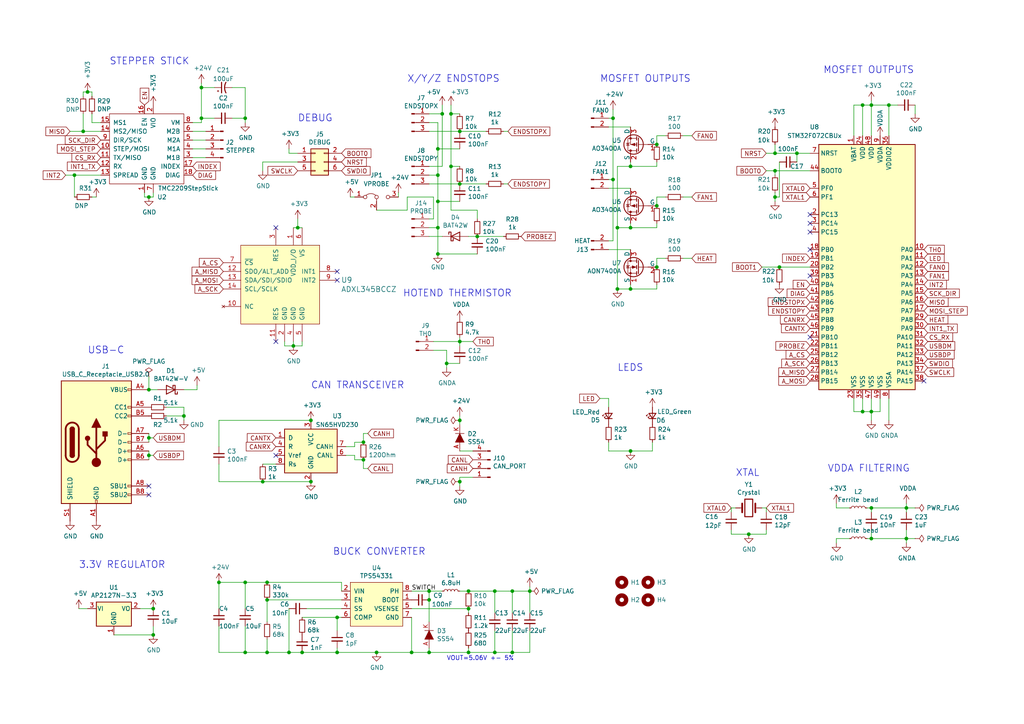
<source format=kicad_sch>
(kicad_sch (version 20211123) (generator eeschema)
  (paper "A4")
  (title_block (title "TurboCAN") (rev "v0.2"))
  (junction (at 133.35 38.1))
  (junction (at 182.88 66.04))
  (junction (at 143.51 171.45))
  (junction (at 76.2 139.7))
  (junction (at 90.17 121.92))
  (junction (at 133.35 53.34))
  (junction (at 85.09 100.33))
  (junction (at 127 66.04))
  (junction (at 24.13 38.1))
  (junction (at 224.79 49.53))
  (junction (at 130.81 33.02))
  (junction (at 25.4 26.67))
  (junction (at 21.59 50.8))
  (junction (at 133.35 139.7))
  (junction (at 105.41 133.35))
  (junction (at 262.89 147.32))
  (junction (at 148.59 189.23))
  (junction (at 190.5 77.47))
  (junction (at 231.14 44.45))
  (junction (at 135.89 171.45))
  (junction (at 124.46 173.99))
  (junction (at 127 50.8))
  (junction (at 71.12 34.29))
  (junction (at 44.45 176.53))
  (junction (at 252.73 147.32))
  (junction (at 143.51 189.23))
  (junction (at 190.5 59.69))
  (junction (at 224.79 57.15))
  (junction (at 43.18 132.08))
  (junction (at 58.42 34.29))
  (junction (at 226.06 77.47))
  (junction (at 262.89 156.21))
  (junction (at 133.35 121.92))
  (junction (at 77.47 189.23))
  (junction (at 250.19 119.38))
  (junction (at 43.18 57.15))
  (junction (at 124.46 171.45))
  (junction (at 130.81 48.26))
  (junction (at 58.42 25.4))
  (junction (at 44.45 184.15))
  (junction (at 179.07 66.04))
  (junction (at 153.67 171.45))
  (junction (at 97.79 189.23))
  (junction (at 43.18 113.03))
  (junction (at 43.18 127))
  (junction (at 127 73.66))
  (junction (at 128.27 33.02))
  (junction (at 182.88 130.81))
  (junction (at 83.82 189.23))
  (junction (at 77.47 168.91))
  (junction (at 257.81 30.48))
  (junction (at 127 43.18))
  (junction (at 90.17 139.7))
  (junction (at 63.5 168.91))
  (junction (at 87.63 189.23))
  (junction (at 127 58.42))
  (junction (at 252.73 119.38))
  (junction (at 252.73 30.48))
  (junction (at 86.36 66.04))
  (junction (at 190.5 41.91))
  (junction (at 138.43 68.58))
  (junction (at 97.79 179.07))
  (junction (at 129.54 105.41))
  (junction (at 224.79 44.45))
  (junction (at 252.73 156.21))
  (junction (at 109.22 189.23))
  (junction (at 135.89 189.23))
  (junction (at 182.88 48.26))
  (junction (at 77.47 173.99))
  (junction (at 177.8 34.29))
  (junction (at 217.17 154.94))
  (junction (at 179.07 83.82))
  (junction (at 133.35 99.06))
  (junction (at 71.12 168.91))
  (junction (at 119.38 189.23))
  (junction (at 71.12 189.23))
  (junction (at 148.59 171.45))
  (junction (at 250.19 30.48))
  (junction (at 135.89 176.53))
  (junction (at 105.41 128.27))
  (junction (at 182.88 83.82))
  (junction (at 53.34 120.65))
  (junction (at 124.46 189.23))
  (junction (at 177.8 52.07))
  (no_connect (at 97.79 81.28))
  (no_connect (at 80.01 132.08))
  (no_connect (at 80.01 66.04))
  (no_connect (at 234.95 72.39))
  (no_connect (at 267.97 110.49))
  (no_connect (at 234.95 80.01))
  (no_connect (at 43.18 140.97))
  (no_connect (at 97.79 78.74))
  (no_connect (at 234.95 62.23))
  (no_connect (at 234.95 97.79))
  (no_connect (at 234.95 64.77))
  (no_connect (at 234.95 67.31))
  (no_connect (at 43.18 143.51))
  (no_connect (at 80.01 99.06))
  (wire (pts (xy 212.09 148.59) (xy 212.09 147.32)))
  (wire (pts (xy 153.67 189.23) (xy 153.67 182.88)))
  (wire (pts (xy 143.51 189.23) (xy 143.51 182.88)))
  (wire (pts (xy 224.79 44.45) (xy 231.14 44.45)))
  (wire (pts (xy 44.45 132.08) (xy 43.18 132.08)))
  (wire (pts (xy 133.35 139.7) (xy 133.35 140.97)))
  (wire (pts (xy 190.5 64.77) (xy 190.5 66.04)))
  (wire (pts (xy 265.43 156.21) (xy 262.89 156.21)))
  (wire (pts (xy 67.31 34.29) (xy 71.12 34.29)))
  (wire (pts (xy 53.34 120.65) (xy 53.34 121.92)))
  (wire (pts (xy 176.53 115.57) (xy 176.53 118.11)))
  (wire (pts (xy 252.73 30.48) (xy 252.73 29.21)))
  (wire (pts (xy 99.06 168.91) (xy 77.47 168.91)))
  (wire (pts (xy 85.09 66.04) (xy 86.36 66.04)))
  (wire (pts (xy 177.8 31.75) (xy 177.8 34.29)))
  (wire (pts (xy 57.15 113.03) (xy 53.34 113.03)))
  (wire (pts (xy 127 50.8) (xy 127 43.18)))
  (wire (pts (xy 63.5 168.91) (xy 63.5 176.53)))
  (wire (pts (xy 76.2 46.99) (xy 76.2 49.53)))
  (wire (pts (xy 85.09 100.33) (xy 87.63 100.33)))
  (wire (pts (xy 128.27 68.58) (xy 124.46 68.58)))
  (wire (pts (xy 97.79 182.88) (xy 97.79 179.07)))
  (wire (pts (xy 262.89 147.32) (xy 262.89 148.59)))
  (wire (pts (xy 90.17 121.92) (xy 63.5 121.92)))
  (wire (pts (xy 198.12 57.15) (xy 200.66 57.15)))
  (wire (pts (xy 247.65 30.48) (xy 247.65 39.37)))
  (wire (pts (xy 147.32 53.34) (xy 146.05 53.34)))
  (wire (pts (xy 41.91 55.88) (xy 41.91 57.15)))
  (wire (pts (xy 124.46 53.34) (xy 133.35 53.34)))
  (wire (pts (xy 100.33 132.08) (xy 102.87 132.08)))
  (wire (pts (xy 99.06 173.99) (xy 77.47 173.99)))
  (wire (pts (xy 222.25 44.45) (xy 224.79 44.45)))
  (wire (pts (xy 190.5 39.37) (xy 190.5 41.91)))
  (wire (pts (xy 138.43 68.58) (xy 146.05 68.58)))
  (wire (pts (xy 143.51 189.23) (xy 148.59 189.23)))
  (wire (pts (xy 148.59 171.45) (xy 148.59 177.8)))
  (wire (pts (xy 124.46 189.23) (xy 119.38 189.23)))
  (wire (pts (xy 57.15 111.76) (xy 57.15 113.03)))
  (wire (pts (xy 97.79 189.23) (xy 109.22 189.23)))
  (wire (pts (xy 118.11 60.96) (xy 118.11 57.15)))
  (wire (pts (xy 176.53 115.57) (xy 173.99 115.57)))
  (wire (pts (xy 20.32 38.1) (xy 24.13 38.1)))
  (wire (pts (xy 76.2 139.7) (xy 90.17 139.7)))
  (wire (pts (xy 262.89 147.32) (xy 262.89 146.05)))
  (wire (pts (xy 44.45 57.15) (xy 44.45 55.88)))
  (wire (pts (xy 67.31 25.4) (xy 71.12 25.4)))
  (wire (pts (xy 82.55 99.06) (xy 82.55 100.33)))
  (wire (pts (xy 63.5 121.92) (xy 63.5 129.54)))
  (wire (pts (xy 133.35 38.1) (xy 140.97 38.1)))
  (wire (pts (xy 176.53 128.27) (xy 176.53 130.81)))
  (wire (pts (xy 55.88 45.72) (xy 59.69 45.72)))
  (wire (pts (xy 119.38 171.45) (xy 124.46 171.45)))
  (wire (pts (xy 148.59 171.45) (xy 153.67 171.45)))
  (wire (pts (xy 24.13 38.1) (xy 29.21 38.1)))
  (wire (pts (xy 252.73 121.92) (xy 252.73 119.38)))
  (wire (pts (xy 176.53 52.07) (xy 177.8 52.07)))
  (wire (pts (xy 182.88 48.26) (xy 179.07 48.26)))
  (wire (pts (xy 40.64 176.53) (xy 44.45 176.53)))
  (wire (pts (xy 176.53 36.83) (xy 182.88 36.83)))
  (wire (pts (xy 133.35 33.02) (xy 130.81 33.02)))
  (wire (pts (xy 177.8 34.29) (xy 177.8 52.07)))
  (wire (pts (xy 250.19 30.48) (xy 250.19 39.37)))
  (wire (pts (xy 124.46 66.04) (xy 127 66.04)))
  (wire (pts (xy 182.88 66.04) (xy 190.5 66.04)))
  (wire (pts (xy 124.46 173.99) (xy 124.46 180.34)))
  (wire (pts (xy 242.57 147.32) (xy 246.38 147.32)))
  (wire (pts (xy 102.87 129.54) (xy 102.87 128.27)))
  (wire (pts (xy 148.59 189.23) (xy 153.67 189.23)))
  (wire (pts (xy 55.88 43.18) (xy 59.69 43.18)))
  (wire (pts (xy 58.42 25.4) (xy 62.23 25.4)))
  (wire (pts (xy 182.88 83.82) (xy 190.5 83.82)))
  (wire (pts (xy 63.5 181.61) (xy 63.5 189.23)))
  (wire (pts (xy 176.53 34.29) (xy 177.8 34.29)))
  (wire (pts (xy 58.42 35.56) (xy 58.42 34.29)))
  (wire (pts (xy 85.09 99.06) (xy 85.09 100.33)))
  (wire (pts (xy 222.25 154.94) (xy 222.25 153.67)))
  (wire (pts (xy 262.89 153.67) (xy 262.89 156.21)))
  (wire (pts (xy 87.63 189.23) (xy 97.79 189.23)))
  (wire (pts (xy 63.5 139.7) (xy 76.2 139.7)))
  (wire (pts (xy 182.88 83.82) (xy 182.88 82.55)))
  (wire (pts (xy 71.12 181.61) (xy 71.12 189.23)))
  (wire (pts (xy 220.98 77.47) (xy 226.06 77.47)))
  (wire (pts (xy 143.51 171.45) (xy 135.89 171.45)))
  (wire (pts (xy 190.5 46.99) (xy 190.5 48.26)))
  (wire (pts (xy 190.5 82.55) (xy 190.5 83.82)))
  (wire (pts (xy 224.79 50.8) (xy 224.79 49.53)))
  (wire (pts (xy 43.18 130.81) (xy 43.18 132.08)))
  (wire (pts (xy 21.59 50.8) (xy 19.05 50.8)))
  (wire (pts (xy 133.35 138.43) (xy 133.35 139.7)))
  (wire (pts (xy 133.35 130.81) (xy 137.16 130.81)))
  (wire (pts (xy 262.89 157.48) (xy 262.89 156.21)))
  (wire (pts (xy 21.59 50.8) (xy 29.21 50.8)))
  (wire (pts (xy 231.14 44.45) (xy 234.95 44.45)))
  (wire (pts (xy 250.19 119.38) (xy 250.19 115.57)))
  (wire (pts (xy 25.4 26.67) (xy 26.67 26.67)))
  (wire (pts (xy 80.01 134.62) (xy 76.2 134.62)))
  (wire (pts (xy 109.22 189.23) (xy 119.38 189.23)))
  (wire (pts (xy 24.13 26.67) (xy 25.4 26.67)))
  (wire (pts (xy 118.11 57.15) (xy 125.73 57.15)))
  (wire (pts (xy 24.13 33.02) (xy 24.13 38.1)))
  (wire (pts (xy 86.36 66.04) (xy 86.36 63.5)))
  (wire (pts (xy 133.35 48.26) (xy 130.81 48.26)))
  (wire (pts (xy 26.67 33.02) (xy 26.67 35.56)))
  (wire (pts (xy 252.73 148.59) (xy 252.73 147.32)))
  (wire (pts (xy 251.46 147.32) (xy 252.73 147.32)))
  (wire (pts (xy 226.06 46.99) (xy 226.06 57.15)))
  (wire (pts (xy 86.36 46.99) (xy 76.2 46.99)))
  (wire (pts (xy 83.82 176.53) (xy 83.82 189.23)))
  (wire (pts (xy 125.73 101.6) (xy 129.54 101.6)))
  (wire (pts (xy 33.02 184.15) (xy 44.45 184.15)))
  (wire (pts (xy 252.73 147.32) (xy 262.89 147.32)))
  (wire (pts (xy 247.65 30.48) (xy 250.19 30.48)))
  (wire (pts (xy 58.42 34.29) (xy 62.23 34.29)))
  (wire (pts (xy 43.18 127) (xy 44.45 127)))
  (wire (pts (xy 176.53 54.61) (xy 182.88 54.61)))
  (wire (pts (xy 22.86 176.53) (xy 25.4 176.53)))
  (wire (pts (xy 182.88 66.04) (xy 182.88 64.77)))
  (wire (pts (xy 257.81 121.92) (xy 257.81 115.57)))
  (wire (pts (xy 212.09 147.32) (xy 213.36 147.32)))
  (wire (pts (xy 119.38 189.23) (xy 119.38 179.07)))
  (wire (pts (xy 137.16 138.43) (xy 133.35 138.43)))
  (wire (pts (xy 88.9 176.53) (xy 99.06 176.53)))
  (wire (pts (xy 77.47 185.42) (xy 77.47 189.23)))
  (wire (pts (xy 63.5 168.91) (xy 71.12 168.91)))
  (wire (pts (xy 63.5 189.23) (xy 71.12 189.23)))
  (wire (pts (xy 247.65 115.57) (xy 247.65 119.38)))
  (wire (pts (xy 224.79 57.15) (xy 226.06 57.15)))
  (wire (pts (xy 77.47 189.23) (xy 83.82 189.23)))
  (wire (pts (xy 189.23 130.81) (xy 189.23 128.27)))
  (wire (pts (xy 212.09 153.67) (xy 212.09 154.94)))
  (wire (pts (xy 222.25 148.59) (xy 222.25 147.32)))
  (wire (pts (xy 133.35 120.65) (xy 133.35 121.92)))
  (wire (pts (xy 63.5 134.62) (xy 63.5 139.7)))
  (wire (pts (xy 252.73 30.48) (xy 257.81 30.48)))
  (wire (pts (xy 124.46 171.45) (xy 124.46 173.99)))
  (wire (pts (xy 130.81 30.48) (xy 130.81 33.02)))
  (wire (pts (xy 190.5 39.37) (xy 193.04 39.37)))
  (wire (pts (xy 198.12 74.93) (xy 200.66 74.93)))
  (wire (pts (xy 128.27 33.02) (xy 128.27 30.48)))
  (wire (pts (xy 182.88 130.81) (xy 189.23 130.81)))
  (wire (pts (xy 105.41 125.73) (xy 106.68 125.73)))
  (wire (pts (xy 138.43 60.96) (xy 138.43 63.5)))
  (wire (pts (xy 222.25 49.53) (xy 224.79 49.53)))
  (wire (pts (xy 125.73 99.06) (xy 133.35 99.06)))
  (wire (pts (xy 82.55 100.33) (xy 85.09 100.33)))
  (wire (pts (xy 190.5 57.15) (xy 193.04 57.15)))
  (wire (pts (xy 179.07 66.04) (xy 179.07 83.82)))
  (wire (pts (xy 83.82 189.23) (xy 87.63 189.23)))
  (wire (pts (xy 182.88 83.82) (xy 179.07 83.82)))
  (wire (pts (xy 190.5 74.93) (xy 190.5 77.47)))
  (wire (pts (xy 124.46 38.1) (xy 133.35 38.1)))
  (wire (pts (xy 257.81 30.48) (xy 257.81 39.37)))
  (wire (pts (xy 26.67 26.67) (xy 26.67 27.94)))
  (wire (pts (xy 99.06 171.45) (xy 99.06 168.91)))
  (wire (pts (xy 102.87 133.35) (xy 105.41 133.35)))
  (wire (pts (xy 133.35 171.45) (xy 135.89 171.45)))
  (wire (pts (xy 135.89 68.58) (xy 138.43 68.58)))
  (wire (pts (xy 43.18 109.22) (xy 43.18 113.03)))
  (wire (pts (xy 250.19 30.48) (xy 252.73 30.48)))
  (wire (pts (xy 224.79 41.91) (xy 224.79 44.45)))
  (wire (pts (xy 48.26 118.11) (xy 53.34 118.11)))
  (wire (pts (xy 21.59 57.15) (xy 21.59 50.8)))
  (wire (pts (xy 177.8 52.07) (xy 177.8 69.85)))
  (wire (pts (xy 265.43 147.32) (xy 262.89 147.32)))
  (wire (pts (xy 133.35 58.42) (xy 127 58.42)))
  (wire (pts (xy 231.14 46.99) (xy 231.14 44.45)))
  (wire (pts (xy 26.67 35.56) (xy 29.21 35.56)))
  (wire (pts (xy 97.79 189.23) (xy 97.79 187.96)))
  (wire (pts (xy 148.59 189.23) (xy 148.59 182.88)))
  (wire (pts (xy 87.63 179.07) (xy 97.79 179.07)))
  (wire (pts (xy 252.73 119.38) (xy 255.27 119.38)))
  (wire (pts (xy 143.51 177.8) (xy 143.51 171.45)))
  (wire (pts (xy 222.25 147.32) (xy 220.98 147.32)))
  (wire (pts (xy 224.79 49.53) (xy 234.95 49.53)))
  (wire (pts (xy 124.46 35.56) (xy 127 35.56)))
  (wire (pts (xy 129.54 105.41) (xy 129.54 106.68)))
  (wire (pts (xy 198.12 39.37) (xy 200.66 39.37)))
  (wire (pts (xy 97.79 179.07) (xy 99.06 179.07)))
  (wire (pts (xy 176.53 130.81) (xy 182.88 130.81)))
  (wire (pts (xy 127 73.66) (xy 138.43 73.66)))
  (wire (pts (xy 125.73 63.5) (xy 125.73 57.15)))
  (wire (pts (xy 48.26 120.65) (xy 53.34 120.65)))
  (wire (pts (xy 71.12 168.91) (xy 77.47 168.91)))
  (wire (pts (xy 135.89 187.96) (xy 135.89 189.23)))
  (wire (pts (xy 53.34 118.11) (xy 53.34 120.65)))
  (wire (pts (xy 182.88 48.26) (xy 182.88 46.99)))
  (wire (pts (xy 115.57 57.15) (xy 115.57 55.88)))
  (wire (pts (xy 247.65 119.38) (xy 250.19 119.38)))
  (wire (pts (xy 71.12 189.23) (xy 77.47 189.23)))
  (wire (pts (xy 265.43 30.48) (xy 265.43 33.02)))
  (wire (pts (xy 105.41 128.27) (xy 105.41 125.73)))
  (wire (pts (xy 226.06 77.47) (xy 234.95 77.47)))
  (wire (pts (xy 124.46 189.23) (xy 135.89 189.23)))
  (wire (pts (xy 100.33 129.54) (xy 102.87 129.54)))
  (wire (pts (xy 153.67 177.8) (xy 153.67 171.45)))
  (wire (pts (xy 124.46 33.02) (xy 128.27 33.02)))
  (wire (pts (xy 128.27 48.26) (xy 124.46 48.26)))
  (wire (pts (xy 224.79 55.88) (xy 224.79 57.15)))
  (wire (pts (xy 101.6 57.15) (xy 102.87 57.15)))
  (wire (pts (xy 250.19 119.38) (xy 252.73 119.38)))
  (wire (pts (xy 71.12 25.4) (xy 71.12 34.29)))
  (wire (pts (xy 133.35 121.92) (xy 133.35 123.19)))
  (wire (pts (xy 86.36 66.04) (xy 87.63 66.04)))
  (wire (pts (xy 43.18 57.15) (xy 44.45 57.15)))
  (wire (pts (xy 190.5 74.93) (xy 193.04 74.93)))
  (wire (pts (xy 129.54 101.6) (xy 129.54 105.41)))
  (wire (pts (xy 71.12 34.29) (xy 71.12 35.56)))
  (wire (pts (xy 109.22 60.96) (xy 118.11 60.96)))
  (wire (pts (xy 143.51 171.45) (xy 148.59 171.45)))
  (wire (pts (xy 124.46 187.96) (xy 124.46 189.23)))
  (wire (pts (xy 55.88 35.56) (xy 58.42 35.56)))
  (wire (pts (xy 260.35 30.48) (xy 257.81 30.48)))
  (wire (pts (xy 177.8 69.85) (xy 176.53 69.85)))
  (wire (pts (xy 133.35 43.18) (xy 127 43.18)))
  (wire (pts (xy 133.35 100.33) (xy 133.35 99.06)))
  (wire (pts (xy 252.73 30.48) (xy 252.73 39.37)))
  (wire (pts (xy 133.35 99.06) (xy 133.35 97.79)))
  (wire (pts (xy 127 66.04) (xy 127 73.66)))
  (wire (pts (xy 58.42 25.4) (xy 58.42 34.29)))
  (wire (pts (xy 55.88 38.1) (xy 59.69 38.1)))
  (wire (pts (xy 43.18 125.73) (xy 43.18 127)))
  (wire (pts (xy 77.47 173.99) (xy 77.47 180.34)))
  (wire (pts (xy 43.18 113.03) (xy 45.72 113.03)))
  (wire (pts (xy 224.79 57.15) (xy 224.79 58.42)))
  (wire (pts (xy 133.35 105.41) (xy 129.54 105.41)))
  (wire (pts (xy 153.67 171.45) (xy 153.67 170.18)))
  (wire (pts (xy 252.73 156.21) (xy 262.89 156.21)))
  (wire (pts (xy 83.82 44.45) (xy 83.82 43.18)))
  (wire (pts (xy 44.45 184.15) (xy 44.45 181.61)))
  (wire (pts (xy 102.87 132.08) (xy 102.87 133.35)))
  (wire (pts (xy 26.67 57.15) (xy 27.94 57.15)))
  (wire (pts (xy 87.63 100.33) (xy 87.63 99.06)))
  (wire (pts (xy 43.18 128.27) (xy 43.18 127)))
  (wire (pts (xy 135.89 189.23) (xy 143.51 189.23)))
  (wire (pts (xy 135.89 176.53) (xy 135.89 177.8)))
  (wire (pts (xy 246.38 156.21) (xy 242.57 156.21)))
  (wire (pts (xy 252.73 153.67) (xy 252.73 156.21)))
  (wire (pts (xy 133.35 53.34) (xy 140.97 53.34)))
  (wire (pts (xy 128.27 33.02) (xy 128.27 48.26)))
  (wire (pts (xy 102.87 128.27) (xy 105.41 128.27)))
  (wire (pts (xy 130.81 33.02) (xy 130.81 48.26)))
  (wire (pts (xy 242.57 146.05) (xy 242.57 147.32)))
  (wire (pts (xy 127 58.42) (xy 127 66.04)))
  (wire (pts (xy 24.13 27.94) (xy 24.13 26.67)))
  (wire (pts (xy 71.12 176.53) (xy 71.12 168.91)))
  (wire (pts (xy 55.88 40.64) (xy 59.69 40.64)))
  (wire (pts (xy 217.17 154.94) (xy 222.25 154.94)))
  (wire (pts (xy 133.35 99.06) (xy 137.16 99.06)))
  (wire (pts (xy 43.18 132.08) (xy 43.18 133.35)))
  (wire (pts (xy 255.27 119.38) (xy 255.27 115.57)))
  (wire (pts (xy 127 50.8) (xy 124.46 50.8)))
  (wire (pts (xy 130.81 48.26) (xy 130.81 60.96)))
  (wire (pts (xy 124.46 171.45) (xy 128.27 171.45)))
  (wire (pts (xy 127 50.8) (xy 127 58.42)))
  (wire (pts (xy 242.57 156.21) (xy 242.57 157.48)))
  (wire (pts (xy 212.09 154.94) (xy 217.17 154.94)))
  (wire (pts (xy 58.42 24.13) (xy 58.42 25.4)))
  (wire (pts (xy 86.36 44.45) (xy 83.82 44.45)))
  (wire (pts (xy 127 35.56) (xy 127 43.18)))
  (wire (pts (xy 125.73 63.5) (xy 124.46 63.5)))
  (wire (pts (xy 130.81 60.96) (xy 138.43 60.96)))
  (wire (pts (xy 190.5 57.15) (xy 190.5 59.69)))
  (wire (pts (xy 41.91 57.15) (xy 43.18 57.15)))
  (wire (pts (xy 182.88 48.26) (xy 190.5 48.26)))
  (wire (pts (xy 252.73 119.38) (xy 252.73 115.57)))
  (wire (pts (xy 179.07 48.26) (xy 179.07 66.04)))
  (wire (pts (xy 105.41 135.89) (xy 106.68 135.89)))
  (wire (pts (xy 105.41 133.35) (xy 105.41 135.89)))
  (wire (pts (xy 182.88 66.04) (xy 179.07 66.04)))
  (wire (pts (xy 119.38 176.53) (xy 135.89 176.53)))
  (wire (pts (xy 146.05 38.1) (xy 147.32 38.1)))
  (wire (pts (xy 252.73 156.21) (xy 251.46 156.21)))
  (wire (pts (xy 176.53 72.39) (xy 182.88 72.39)))
  (text "CAN TRANSCEIVER" (at 90.17 113.03 0) (effects (font (size 2.0066 2.0066)) (justify left bottom)))
  (text "MOSFET OUTPUTS" (at 238.76 21.59 0) (effects (font (size 2.0066 2.0066)) (justify left bottom)))
  (text "LEDS" (at 179.07 107.95 0) (effects (font (size 2.0066 2.0066)) (justify left bottom)))
  (text "HOTEND THERMISTOR" (at 116.84 86.36 0) (effects (font (size 2.0066 2.0066)) (justify left bottom)))
  (text "MOSFET OUTPUTS" (at 173.99 24.13 0) (effects (font (size 2.0066 2.0066)) (justify left bottom)))
  (text "VOUT=5.06V +- 5%" (at 129.54 191.77 0) (effects (font (size 1.27 1.27)) (justify left bottom)))
  (text "USB-C" (at 25.4 102.87 0) (effects (font (size 2.0066 2.0066)) (justify left bottom)))
  (text "STEPPER STICK" (at 31.75 19.05 0) (effects (font (size 2.0066 2.0066)) (justify left bottom)))
  (text "3.3V REGULATOR" (at 22.86 165.1 0) (effects (font (size 2.0066 2.0066)) (justify left bottom)))
  (text "DEBUG" (at 86.36 35.56 0) (effects (font (size 2.0066 2.0066)) (justify left bottom)))
  (text "VDDA FILTERING" (at 240.03 137.16 0) (effects (font (size 2.0066 2.0066)) (justify left bottom)))
  (text "BUCK CONVERTER" (at 96.52 161.29 0) (effects (font (size 2.0066 2.0066)) (justify left bottom)))
  (text "XTAL" (at 213.36 138.43 0) (effects (font (size 2.0066 2.0066)) (justify left bottom)))
  (text "X/Y/Z ENDSTOPS" (at 118.11 24.13 0) (effects (font (size 2.0066 2.0066)) (justify left bottom)))
  (label "SWITCH" (at 119.38 171.45 0))
  (global_label "ENDSTOPX" (shape input) (at 234.95 87.63 180) (property "Intersheet References" "${INTERSHEET_REFS}" (effects hide)))
  (global_label "A_MOSI" (shape input) (at 64.77 81.28 180) (property "Intersheet References" "${INTERSHEET_REFS}" (effects hide)))
  (global_label "SCK_DIR" (shape input) (at 29.21 40.64 180) (property "Intersheet References" "${INTERSHEET_REFS}" (effects hide)))
  (global_label "A_CS" (shape input) (at 234.95 102.87 180) (property "Intersheet References" "${INTERSHEET_REFS}" (effects hide)))
  (global_label "INT1_TX" (shape input) (at 267.97 95.25 0) (property "Intersheet References" "${INTERSHEET_REFS}" (effects hide)))
  (global_label "ENDSTOPX" (shape input) (at 147.32 38.1 0) (property "Intersheet References" "${INTERSHEET_REFS}" (effects hide)))
  (global_label "PROBEZ" (shape input) (at 151.13 68.58 0) (property "Intersheet References" "${INTERSHEET_REFS}" (effects hide)))
  (global_label "CANRX" (shape input) (at 234.95 92.71 180) (property "Intersheet References" "${INTERSHEET_REFS}" (effects hide)))
  (global_label "INT2" (shape input) (at 19.05 50.8 180) (property "Intersheet References" "${INTERSHEET_REFS}" (effects hide)))
  (global_label "INT1_TX" (shape input) (at 29.21 48.26 180) (property "Intersheet References" "${INTERSHEET_REFS}" (effects hide)))
  (global_label "ENDSTOPY" (shape input) (at 234.95 90.17 180) (property "Intersheet References" "${INTERSHEET_REFS}" (effects hide)))
  (global_label "SCK_DIR" (shape input) (at 267.97 85.09 0) (property "Intersheet References" "${INTERSHEET_REFS}" (effects hide)))
  (global_label "SWDIO" (shape input) (at 267.97 105.41 0) (property "Intersheet References" "${INTERSHEET_REFS}" (effects hide)))
  (global_label "A_MISO" (shape input) (at 234.95 107.95 180) (property "Intersheet References" "${INTERSHEET_REFS}" (effects hide)))
  (global_label "EN" (shape input) (at 234.95 82.55 180) (property "Intersheet References" "${INTERSHEET_REFS}" (effects hide)))
  (global_label "INDEX" (shape input) (at 234.95 74.93 180) (property "Intersheet References" "${INTERSHEET_REFS}" (effects hide)))
  (global_label "ENDSTOPY" (shape input) (at 147.32 53.34 0) (property "Intersheet References" "${INTERSHEET_REFS}" (effects hide)))
  (global_label "FAN1" (shape input) (at 200.66 57.15 0) (property "Intersheet References" "${INTERSHEET_REFS}" (effects hide)))
  (global_label "SWDIO" (shape input) (at 99.06 49.53 0) (property "Intersheet References" "${INTERSHEET_REFS}" (effects hide)))
  (global_label "SWCLK" (shape input) (at 86.36 49.53 180) (property "Intersheet References" "${INTERSHEET_REFS}" (effects hide)))
  (global_label "HEAT" (shape input) (at 267.97 92.71 0) (property "Intersheet References" "${INTERSHEET_REFS}" (effects hide)))
  (global_label "XTAL0" (shape input) (at 212.09 147.32 180) (property "Intersheet References" "${INTERSHEET_REFS}" (effects hide)))
  (global_label "USBDM" (shape input) (at 267.97 100.33 0) (property "Intersheet References" "${INTERSHEET_REFS}" (effects hide)))
  (global_label "LED" (shape input) (at 267.97 74.93 0) (property "Intersheet References" "${INTERSHEET_REFS}" (effects hide)))
  (global_label "CS_RX" (shape input) (at 29.21 45.72 180) (property "Intersheet References" "${INTERSHEET_REFS}" (effects hide)))
  (global_label "CANH" (shape input) (at 137.16 135.89 180) (property "Intersheet References" "${INTERSHEET_REFS}" (effects hide)))
  (global_label "CANTX" (shape input) (at 234.95 95.25 180) (property "Intersheet References" "${INTERSHEET_REFS}" (effects hide)))
  (global_label "CANL" (shape input) (at 106.68 135.89 0) (property "Intersheet References" "${INTERSHEET_REFS}" (effects hide)))
  (global_label "CANL" (shape input) (at 137.16 133.35 180) (property "Intersheet References" "${INTERSHEET_REFS}" (effects hide)))
  (global_label "FAN1" (shape input) (at 267.97 80.01 0) (property "Intersheet References" "${INTERSHEET_REFS}" (effects hide)))
  (global_label "SWCLK" (shape input) (at 267.97 107.95 0) (property "Intersheet References" "${INTERSHEET_REFS}" (effects hide)))
  (global_label "NRST" (shape input) (at 99.06 46.99 0) (property "Intersheet References" "${INTERSHEET_REFS}" (effects hide)))
  (global_label "LED" (shape input) (at 173.99 115.57 180) (property "Intersheet References" "${INTERSHEET_REFS}" (effects hide)))
  (global_label "HEAT" (shape input) (at 200.66 74.93 0) (property "Intersheet References" "${INTERSHEET_REFS}" (effects hide)))
  (global_label "EN" (shape input) (at 41.91 30.48 90) (property "Intersheet References" "${INTERSHEET_REFS}" (effects hide)))
  (global_label "USBDP" (shape input) (at 44.45 132.08 0) (property "Intersheet References" "${INTERSHEET_REFS}" (effects hide)))
  (global_label "FAN0" (shape input) (at 267.97 77.47 0) (property "Intersheet References" "${INTERSHEET_REFS}" (effects hide)))
  (global_label "PROBEZ" (shape input) (at 234.95 100.33 180) (property "Intersheet References" "${INTERSHEET_REFS}" (effects hide)))
  (global_label "A_SCK" (shape input) (at 234.95 105.41 180) (property "Intersheet References" "${INTERSHEET_REFS}" (effects hide)))
  (global_label "MISO" (shape input) (at 267.97 87.63 0) (property "Intersheet References" "${INTERSHEET_REFS}" (effects hide)))
  (global_label "BOOT0" (shape input) (at 222.25 49.53 180) (property "Intersheet References" "${INTERSHEET_REFS}" (effects hide)))
  (global_label "CANTX" (shape input) (at 80.01 127 180) (property "Intersheet References" "${INTERSHEET_REFS}" (effects hide)))
  (global_label "TH0" (shape input) (at 137.16 99.06 0) (property "Intersheet References" "${INTERSHEET_REFS}" (effects hide)))
  (global_label "DIAG" (shape input) (at 234.95 85.09 180) (property "Intersheet References" "${INTERSHEET_REFS}" (effects hide)))
  (global_label "A_MOSI" (shape input) (at 234.95 110.49 180) (property "Intersheet References" "${INTERSHEET_REFS}" (effects hide)))
  (global_label "XTAL1" (shape input) (at 222.25 147.32 0) (property "Intersheet References" "${INTERSHEET_REFS}" (effects hide)))
  (global_label "CANH" (shape input) (at 106.68 125.73 0) (property "Intersheet References" "${INTERSHEET_REFS}" (effects hide)))
  (global_label "MISO" (shape input) (at 20.32 38.1 180) (property "Intersheet References" "${INTERSHEET_REFS}" (effects hide)))
  (global_label "DIAG" (shape input) (at 55.88 50.8 0) (property "Intersheet References" "${INTERSHEET_REFS}" (effects hide)))
  (global_label "BOOT1" (shape input) (at 220.98 77.47 180) (property "Intersheet References" "${INTERSHEET_REFS}" (effects hide)))
  (global_label "MOSI_STEP" (shape input) (at 29.21 43.18 180) (property "Intersheet References" "${INTERSHEET_REFS}" (effects hide)))
  (global_label "FAN0" (shape input) (at 200.66 39.37 0) (property "Intersheet References" "${INTERSHEET_REFS}" (effects hide)))
  (global_label "A_SCK" (shape input) (at 64.77 83.82 180) (property "Intersheet References" "${INTERSHEET_REFS}" (effects hide)))
  (global_label "CANRX" (shape input) (at 80.01 129.54 180) (property "Intersheet References" "${INTERSHEET_REFS}" (effects hide)))
  (global_label "TH0" (shape input) (at 267.97 72.39 0) (property "Intersheet References" "${INTERSHEET_REFS}" (effects hide)))
  (global_label "USBDP" (shape input) (at 267.97 102.87 0) (property "Intersheet References" "${INTERSHEET_REFS}" (effects hide)))
  (global_label "USBDM" (shape input) (at 44.45 127 0) (property "Intersheet References" "${INTERSHEET_REFS}" (effects hide)))
  (global_label "NRST" (shape input) (at 222.25 44.45 180) (property "Intersheet References" "${INTERSHEET_REFS}" (effects hide)))
  (global_label "A_CS" (shape input) (at 64.77 76.2 180) (property "Intersheet References" "${INTERSHEET_REFS}" (effects hide)))
  (global_label "CS_RX" (shape input) (at 267.97 97.79 0) (property "Intersheet References" "${INTERSHEET_REFS}" (effects hide)))
  (global_label "XTAL0" (shape input) (at 234.95 54.61 180) (property "Intersheet References" "${INTERSHEET_REFS}" (effects hide)))
  (global_label "MOSI_STEP" (shape input) (at 267.97 90.17 0) (property "Intersheet References" "${INTERSHEET_REFS}" (effects hide)))
  (global_label "A_MISO" (shape input) (at 64.77 78.74 180) (property "Intersheet References" "${INTERSHEET_REFS}" (effects hide)))
  (global_label "BOOT0" (shape input) (at 99.06 44.45 0) (property "Intersheet References" "${INTERSHEET_REFS}" (effects hide)))
  (global_label "INDEX" (shape input) (at 55.88 48.26 0) (property "Intersheet References" "${INTERSHEET_REFS}" (effects hide)))
  (global_label "INT2" (shape input) (at 267.97 82.55 0) (property "Intersheet References" "${INTERSHEET_REFS}" (effects hide)))
  (global_label "XTAL1" (shape input) (at 234.95 57.15 180) (property "Intersheet References" "${INTERSHEET_REFS}" (effects hide)))
  (symbol (lib_id "archive:MCU_ST_STM32F0_STM32F072CBUx") (at 252.73 77.47 0) (unit 1)
    (property "Reference" "U8" (at 236.22 36.83 0))
    (property "Value" "STM32F072CBUx" (at 236.22 39.37 0))
    (property "Footprint" "Package_DFN_QFN:QFN-48-1EP_7x7mm_P0.5mm_EP5.6x5.6mm" (effects hide))
    (property "Datasheet" "http://www.st.com/st-web-ui/static/active/en/resource/technical/document/datasheet/DM00090510.pdf" (effects hide))
    (property "LCSC Part Number" "C92504" (effects hide))
  )
  (symbol (lib_id "archive:power_+3.3V") (at 252.73 29.21 0) (unit 1)
    (property "Reference" "#PWR041" (effects hide))
    (property "Value" "+3.3V" (at 253.111 24.8158 0))
  )
  (symbol (lib_id "archive:power_GND") (at 252.73 121.92 0) (unit 1)
    (property "Reference" "#PWR042" (effects hide))
    (property "Value" "GND" (at 252.857 126.3142 0))
  )
  (symbol (lib_id "archive:power_+3.3V") (at 44.45 176.53 0) (unit 1)
    (property "Reference" "#PWR07" (effects hide))
    (property "Value" "+3.3V" (at 44.831 172.1358 0))
  )
  (symbol (lib_id "archive:Device_C_Small") (at 44.45 179.07 0) (unit 1)
    (property "Reference" "C1" (at 46.7868 177.9016 0) (effects (justify left)))
    (property "Value" "10uF" (at 46.7868 180.213 0) (effects (justify left)))
    (property "Footprint" "Capacitor_SMD:C_0805_2012Metric" (effects hide))
    (property "LCSC Part Number" "C15850" (effects hide))
  )
  (symbol (lib_id "archive:Regulator_Linear_AP2127N-3.3") (at 33.02 176.53 0) (unit 1)
    (property "Reference" "U1" (at 33.02 170.3832 0))
    (property "Value" "AP2127N-3.3" (at 33.02 172.6946 0))
    (property "Footprint" "Package_TO_SOT_SMD:SOT-23" (effects hide))
    (property "Datasheet" "https://www.diodes.com/assets/Datasheets/AP2127.pdf" (effects hide))
    (property "LCSC Part Number" "C5446" (effects hide))
  )
  (symbol (lib_id "archive:power_GND") (at 44.45 184.15 0) (unit 1)
    (property "Reference" "#PWR08" (effects hide))
    (property "Value" "GND" (at 44.577 188.5442 0))
  )
  (symbol (lib_id "archive:power_+5V") (at 22.86 176.53 0) (unit 1)
    (property "Reference" "#PWR02" (effects hide))
    (property "Value" "+5V" (at 23.241 172.1358 0))
  )
  (symbol (lib_id "archive:user_TPS54331") (at 109.22 165.1 0) (unit 1)
    (property "Reference" "U4" (at 109.22 164.719 0))
    (property "Value" "TPS54331" (at 109.22 167.0304 0))
    (property "Footprint" "Package_SO:SOIC-8_3.9x4.9mm_P1.27mm" (effects hide))
    (property "Datasheet" "https://www.ti.com/lit/ds/symlink/tps54331.pdf" (effects hide))
    (property "LCSC Part Number" "C9865" (effects hide))
  )
  (symbol (lib_id "archive:Device_C_Small") (at 86.36 176.53 270) (unit 1)
    (property "Reference" "C6" (at 82.55 175.26 90))
    (property "Value" "10nF" (at 81.28 177.8 90))
    (property "Footprint" "Capacitor_SMD:C_0402_1005Metric" (effects hide))
    (property "LCSC Part Number" "C15195" (effects hide))
  )
  (symbol (lib_id "archive:Device_C_Small") (at 71.12 179.07 0) (unit 1)
    (property "Reference" "C5" (at 71.12 176.53 0) (effects (justify left)))
    (property "Value" "10uF" (at 71.12 181.61 0) (effects (justify left)))
    (property "Footprint" "Capacitor_SMD:C_0805_2012Metric" (effects hide))
    (property "LCSC Part Number" "C15850" (effects hide))
  )
  (symbol (lib_id "archive:power_+24V") (at 63.5 168.91 0) (unit 1)
    (property "Reference" "#PWR012" (effects hide))
    (property "Value" "+24V" (at 63.881 164.5158 0))
  )
  (symbol (lib_id "archive:Device_R_Small") (at 87.63 181.61 0) (unit 1)
    (property "Reference" "R6" (at 89.1286 180.4416 0) (effects (justify left)))
    (property "Value" "68k" (at 89.1286 182.753 0) (effects (justify left)))
    (property "Footprint" "Resistor_SMD:R_0402_1005Metric" (effects hide))
    (property "LCSC Part Number" "C36871" (effects hide))
  )
  (symbol (lib_id "archive:Device_C_Small") (at 97.79 185.42 0) (unit 1)
    (property "Reference" "C8" (at 100.1268 184.2516 0) (effects (justify left)))
    (property "Value" "1pF" (at 100.1268 186.563 0) (effects (justify left)))
    (property "Footprint" "Capacitor_SMD:C_0402_1005Metric" (effects hide))
    (property "LCSC Part Number" "C1550" (effects hide))
  )
  (symbol (lib_id "archive:Device_C_Small") (at 87.63 186.69 0) (unit 1)
    (property "Reference" "C7" (at 89.9668 185.5216 0) (effects (justify left)))
    (property "Value" "1nF" (at 89.9668 187.833 0) (effects (justify left)))
    (property "Footprint" "Capacitor_SMD:C_0402_1005Metric" (effects hide))
    (property "LCSC Part Number" "C1523" (effects hide))
  )
  (symbol (lib_id "archive:power_GND") (at 109.22 189.23 0) (unit 1)
    (property "Reference" "#PWR022" (effects hide))
    (property "Value" "GND" (at 109.347 193.6242 0))
  )
  (symbol (lib_id "archive:dk_Diodes-Rectifiers-Single_SS14") (at 124.46 182.88 270) (unit 1)
    (property "Reference" "D3" (at 126.6952 182.9816 90) (effects (justify left)))
    (property "Value" "SS54" (at 126.6952 185.293 90) (effects (justify left)))
    (property "Footprint" "digikey-footprints:DO-214AC" (effects hide))
    (property "Datasheet" "https://www.onsemi.com/pub/Collateral/SS19-D.PDF" (effects hide))
    (property "Digi-Key_PN" "SS14CT-ND" (effects hide))
    (property "MPN" "SS14" (effects hide))
    (property "Category" "Discrete Semiconductor Products" (effects hide))
    (property "Family" "Diodes - Rectifiers - Single" (effects hide))
    (property "DK_Datasheet_Link" "https://www.onsemi.com/pub/Collateral/SS19-D.PDF" (effects hide))
    (property "DK_Detail_Page" "/product-detail/en/on-semiconductor/SS14/SS14CT-ND/965729" (effects hide))
    (property "Description" "DIODE SCHOTTKY 40V 1A SMA" (effects hide))
    (property "Manufacturer" "ON Semiconductor" (effects hide))
    (property "Status" "Active" (effects hide))
    (property "LCSC Part Number" "C22452" (effects hide))
  )
  (symbol (lib_id "archive:Device_C_Small") (at 121.92 173.99 270) (unit 1)
    (property "Reference" "C9" (at 127 172.72 90))
    (property "Value" "100nF" (at 128.27 175.26 90))
    (property "Footprint" "Capacitor_SMD:C_0402_1005Metric" (effects hide))
    (property "LCSC Part Number" "C1525" (effects hide))
  )
  (symbol (lib_id "archive:Device_L_Small") (at 130.81 171.45 90) (unit 1)
    (property "Reference" "L1" (at 130.81 166.751 90))
    (property "Value" "6.8uH" (at 130.81 169.0624 90))
    (property "Footprint" "KiCAD-Components:L_SMD_7.3x6.8" (effects hide))
    (property "LCSC Part Number" "C207841" (effects hide))
  )
  (symbol (lib_id "archive:Device_R_Small") (at 135.89 180.34 0) (unit 1)
    (property "Reference" "R11" (at 137.3886 179.1716 0) (effects (justify left)))
    (property "Value" "1.2k" (at 137.3886 181.483 0) (effects (justify left)))
    (property "Footprint" "Resistor_SMD:R_0402_1005Metric" (effects hide))
    (property "LCSC Part Number" "C25862" (effects hide))
  )
  (symbol (lib_id "archive:Device_R_Small") (at 135.89 173.99 0) (unit 1)
    (property "Reference" "R10" (at 137.3886 172.8216 0) (effects (justify left)))
    (property "Value" "10k" (at 137.3886 175.133 0) (effects (justify left)))
    (property "Footprint" "Resistor_SMD:R_0402_1005Metric" (effects hide))
    (property "LCSC Part Number" "C25744" (effects hide))
  )
  (symbol (lib_id "archive:Device_C_Small") (at 143.51 180.34 0) (unit 1)
    (property "Reference" "C13" (at 143.51 177.8 0) (effects (justify left)))
    (property "Value" "22uF" (at 143.51 182.88 0) (effects (justify left)))
    (property "Footprint" "Capacitor_SMD:C_0805_2012Metric" (effects hide))
    (property "LCSC Part Number" "C45783" (effects hide))
  )
  (symbol (lib_id "archive:power_+5V") (at 153.67 170.18 0) (unit 1)
    (property "Reference" "#PWR032" (effects hide))
    (property "Value" "+5V" (at 154.051 165.7858 0))
  )
  (symbol (lib_id "archive:Diode_BAT42W-V") (at 132.08 68.58 0) (unit 1)
    (property "Reference" "D4" (at 132.08 63.0682 0))
    (property "Value" "BAT42W" (at 132.08 65.3796 0))
    (property "Footprint" "Diode_SMD:D_SOD-123" (effects hide))
    (property "Datasheet" "http://www.vishay.com/docs/85660/bat42.pdf" (effects hide))
    (property "LCSC Part Number" "C8598" (effects hide))
  )
  (symbol (lib_id "archive:Device_R_Small") (at 77.47 171.45 0) (unit 1)
    (property "Reference" "R4" (at 78.9686 170.2816 0) (effects (justify left)))
    (property "Value" "330k" (at 78.9686 172.593 0) (effects (justify left)))
    (property "Footprint" "Resistor_SMD:R_0402_1005Metric" (effects hide))
    (property "LCSC Part Number" "C25778" (effects hide))
  )
  (symbol (lib_id "archive:Connector_USB_C_Receptacle_USB2.0") (at 27.94 128.27 0) (unit 1)
    (property "Reference" "J1" (at 30.6578 106.2482 0))
    (property "Value" "USB_C_Receptacle_USB2.0" (at 30.6578 108.5596 0))
    (property "Footprint" "Connector_USB:USB_C_Receptacle_HRO_TYPE-C-31-M-12" (effects hide))
    (property "Datasheet" "https://www.usb.org/sites/default/files/documents/usb_type-c.zip" (effects hide))
  )
  (symbol (lib_id "archive:Device_R_Small") (at 77.47 182.88 0) (unit 1)
    (property "Reference" "R5" (at 78.9686 181.7116 0) (effects (justify left)))
    (property "Value" "68k" (at 78.9686 184.023 0) (effects (justify left)))
    (property "Footprint" "Resistor_SMD:R_0402_1005Metric" (effects hide))
    (property "LCSC Part Number" "C36871" (effects hide))
  )
  (symbol (lib_id "archive:Device_C_Small") (at 148.59 180.34 0) (unit 1)
    (property "Reference" "C14" (at 148.59 177.8 0) (effects (justify left)))
    (property "Value" "22uF" (at 148.59 182.88 0) (effects (justify left)))
    (property "Footprint" "Capacitor_SMD:C_0805_2012Metric" (effects hide))
    (property "LCSC Part Number" "C45783" (effects hide))
  )
  (symbol (lib_id "archive:Device_C_Small") (at 153.67 180.34 0) (unit 1)
    (property "Reference" "C15" (at 153.67 177.8 0) (effects (justify left)))
    (property "Value" "22uF" (at 153.67 182.88 0) (effects (justify left)))
    (property "Footprint" "Capacitor_SMD:C_0805_2012Metric" (effects hide))
    (property "LCSC Part Number" "C45783" (effects hide))
  )
  (symbol (lib_id "archive:Device_C_Small") (at 63.5 179.07 0) (unit 1)
    (property "Reference" "C4" (at 63.5 176.53 0) (effects (justify left)))
    (property "Value" "100nF" (at 63.5 181.61 0) (effects (justify left)))
    (property "Footprint" "Capacitor_SMD:C_0402_1005Metric" (effects hide))
    (property "LCSC Part Number" "C1525" (effects hide))
  )
  (symbol (lib_id "archive:power_GND") (at 20.32 151.13 0) (unit 1)
    (property "Reference" "#PWR01" (effects hide))
    (property "Value" "GND" (at 20.447 155.5242 0))
  )
  (symbol (lib_id "archive:power_GND") (at 27.94 151.13 0) (unit 1)
    (property "Reference" "#PWR04" (effects hide))
    (property "Value" "GND" (at 28.067 155.5242 0))
  )
  (symbol (lib_id "archive:power_+5V") (at 57.15 111.76 0) (unit 1)
    (property "Reference" "#PWR010" (effects hide))
    (property "Value" "+5V" (at 57.531 107.3658 0))
  )
  (symbol (lib_id "archive:Diode_BAT42W-V") (at 49.53 113.03 180) (unit 1)
    (property "Reference" "D1" (at 49.53 107.5436 0))
    (property "Value" "BAT42W-V" (at 49.53 109.855 0))
    (property "Footprint" "Diode_SMD:D_SOD-123" (effects hide))
    (property "Datasheet" "http://www.vishay.com/docs/85660/bat42.pdf" (effects hide))
    (property "LCSC Part Number" "C8598" (effects hide))
  )
  (symbol (lib_id "archive:Mechanical_MountingHole") (at 180.34 168.91 0) (unit 1)
    (property "Reference" "H1" (at 182.88 168.91 0) (effects (justify left)))
    (property "Value" "MountingHole" (effects hide))
    (property "Footprint" "MountingHole:MountingHole_3.2mm_M3_DIN965_Pad" (effects hide))
  )
  (symbol (lib_id "archive:Mechanical_MountingHole") (at 180.34 173.99 0) (unit 1)
    (property "Reference" "H2" (at 182.88 173.99 0) (effects (justify left)))
    (property "Value" "MountingHole" (effects hide))
    (property "Footprint" "MountingHole:MountingHole_3.2mm_M3_DIN965_Pad" (effects hide))
  )
  (symbol (lib_id "archive:Device_R_Small") (at 45.72 120.65 90) (unit 1)
    (property "Reference" "R2" (at 45.72 123.19 90))
    (property "Value" "5.1k" (at 49.53 121.92 90))
    (property "Footprint" "Resistor_SMD:R_0402_1005Metric" (effects hide))
    (property "LCSC Part Number" "C25905" (effects hide))
  )
  (symbol (lib_id "archive:Mechanical_MountingHole") (at 187.96 168.91 0) (unit 1)
    (property "Reference" "H3" (at 190.5 168.91 0) (effects (justify left)))
    (property "Value" "MountingHole" (effects hide))
    (property "Footprint" "MountingHole:MountingHole_3.2mm_M3_DIN965_Pad" (effects hide))
  )
  (symbol (lib_id "archive:Mechanical_MountingHole") (at 187.96 173.99 0) (unit 1)
    (property "Reference" "H4" (at 190.5 173.99 0) (effects (justify left)))
    (property "Value" "MountingHole" (effects hide))
    (property "Footprint" "MountingHole:MountingHole_3.2mm_M3_DIN965_Pad" (effects hide))
  )
  (symbol (lib_id "archive:Device_R_Small") (at 45.72 118.11 90) (mirror x) (unit 1)
    (property "Reference" "R1" (at 45.72 115.57 90))
    (property "Value" "5.1k" (at 49.53 116.84 90))
    (property "Footprint" "Resistor_SMD:R_0402_1005Metric" (effects hide))
    (property "LCSC Part Number" "C25905" (effects hide))
  )
  (symbol (lib_id "archive:power_GND") (at 53.34 121.92 0) (unit 1)
    (property "Reference" "#PWR09" (effects hide))
    (property "Value" "GND" (at 57.15 123.19 0))
  )
  (symbol (lib_id "archive:Interface_CAN_LIN_SN65HVD230") (at 90.17 129.54 0) (unit 1)
    (property "Reference" "U3" (at 97.79 120.65 0))
    (property "Value" "SN65HVD230" (at 97.79 123.19 0))
    (property "Footprint" "Package_SO:SOIC-8_3.9x4.9mm_P1.27mm" (effects hide))
    (property "Datasheet" "http://www.ti.com/lit/ds/symlink/sn65hvd230.pdf" (effects hide))
    (property "LCSC Part Number" "C12084" (effects hide))
  )
  (symbol (lib_id "archive:Device_R_Small") (at 76.2 137.16 0) (unit 1)
    (property "Reference" "R3" (at 77.6986 135.9916 0) (effects (justify left)))
    (property "Value" "1k" (at 77.6986 138.303 0) (effects (justify left)))
    (property "Footprint" "Resistor_SMD:R_0402_1005Metric" (effects hide))
    (property "LCSC Part Number" "C11702" (effects hide))
  )
  (symbol (lib_id "archive:power_GND") (at 90.17 139.7 0) (unit 1)
    (property "Reference" "#PWR019" (effects hide))
    (property "Value" "GND" (at 90.297 144.0942 0))
  )
  (symbol (lib_id "archive:Device_C_Small") (at 63.5 132.08 0) (unit 1)
    (property "Reference" "C3" (at 65.8368 130.9116 0) (effects (justify left)))
    (property "Value" "100nF" (at 65.8368 133.223 0) (effects (justify left)))
    (property "Footprint" "Capacitor_SMD:C_0402_1005Metric" (effects hide))
    (property "LCSC Part Number" "C1525" (effects hide))
  )
  (symbol (lib_id "archive:power_+3.3V") (at 90.17 121.92 0) (unit 1)
    (property "Reference" "#PWR018" (effects hide))
    (property "Value" "+3.3V" (at 90.551 117.5258 0))
  )
  (symbol (lib_id "archive:Connector_Conn_01x03_Male") (at 119.38 66.04 0) (unit 1)
    (property "Reference" "J14" (at 122.1232 58.9026 0))
    (property "Value" "PROBE" (at 122.1232 61.214 0))
    (property "Footprint" "Connector_JST:JST_XH_B3B-XH-A_1x03_P2.50mm_Vertical" (effects hide))
  )
  (symbol (lib_id "archive:power_+24V") (at 115.57 55.88 0) (unit 1)
    (property "Reference" "#PWR035" (effects hide))
    (property "Value" "+24V" (at 115.951 51.4858 0))
  )
  (symbol (lib_id "archive:Connector_Conn_01x02_Male") (at 120.65 99.06 0) (unit 1)
    (property "Reference" "J9" (at 123.3932 94.4626 0))
    (property "Value" "TH0" (at 123.3932 96.774 0))
    (property "Footprint" "Connector_JST:JST_XH_B2B-XH-A_1x02_P2.50mm_Vertical" (effects hide))
  )
  (symbol (lib_id "archive:Device_C_Small") (at 133.35 102.87 0) (unit 1)
    (property "Reference" "C12" (at 135.6868 101.7016 0) (effects (justify left)))
    (property "Value" "100nF" (at 135.6868 104.013 0) (effects (justify left)))
    (property "Footprint" "Capacitor_SMD:C_0402_1005Metric" (effects hide))
    (property "LCSC Part Number" "C1525" (effects hide))
  )
  (symbol (lib_id "archive:Device_R_Small") (at 133.35 95.25 0) (unit 1)
    (property "Reference" "R9" (at 134.8486 94.0816 0) (effects (justify left)))
    (property "Value" "4.7k" (at 134.8486 96.393 0) (effects (justify left)))
    (property "Footprint" "Resistor_SMD:R_0805_2012Metric" (effects hide))
    (property "LCSC Part Number" "C17673" (effects hide))
  )
  (symbol (lib_id "archive:power_VDDA") (at 133.35 92.71 0) (unit 1)
    (property "Reference" "#PWR031" (effects hide))
    (property "Value" "VDDA" (at 133.7818 88.3158 0))
  )
  (symbol (lib_id "archive:power_VDDA") (at 255.27 39.37 0) (unit 1)
    (property "Reference" "#PWR043" (effects hide))
    (property "Value" "VDDA" (at 255.27 34.29 90))
  )
  (symbol (lib_id "archive:Connector_Conn_01x03_Male") (at 119.38 35.56 0) (unit 1)
    (property "Reference" "J7" (at 122.1232 28.4226 0))
    (property "Value" "ENDSTOPX" (at 122.1232 30.734 0))
    (property "Footprint" "Connector_JST:JST_XH_B3B-XH-A_1x03_P2.50mm_Vertical" (effects hide))
  )
  (symbol (lib_id "archive:power_+5V") (at 128.27 30.48 0) (unit 1)
    (property "Reference" "#PWR028" (effects hide))
    (property "Value" "+5V" (at 125.73 26.67 0))
  )
  (symbol (lib_id "archive:power_GND") (at 127 73.66 0) (unit 1)
    (property "Reference" "#PWR027" (effects hide))
    (property "Value" "GND" (at 127 77.47 0))
  )
  (symbol (lib_id "archive:Device_R_Small") (at 133.35 35.56 0) (unit 1)
    (property "Reference" "R7" (at 134.8486 34.3916 0) (effects (justify left)))
    (property "Value" "10k" (at 134.8486 36.703 0) (effects (justify left)))
    (property "Footprint" "Resistor_SMD:R_0402_1005Metric" (effects hide))
    (property "LCSC Part Number" "C25744" (effects hide))
  )
  (symbol (lib_id "archive:power_+3.3V") (at 130.81 30.48 0) (unit 1)
    (property "Reference" "#PWR030" (effects hide))
    (property "Value" "+3.3V" (at 133.35 26.67 0))
  )
  (symbol (lib_id "archive:Device_C_Small") (at 133.35 40.64 0) (unit 1)
    (property "Reference" "C10" (at 135.6868 39.4716 0) (effects (justify left)))
    (property "Value" "100nF" (at 135.6868 41.783 0) (effects (justify left)))
    (property "Footprint" "Capacitor_SMD:C_0402_1005Metric" (effects hide))
    (property "LCSC Part Number" "C1525" (effects hide))
  )
  (symbol (lib_id "archive:Device_R_Small") (at 143.51 38.1 270) (unit 1)
    (property "Reference" "R12" (at 143.51 33.1216 90))
    (property "Value" "1k" (at 143.51 35.433 90))
    (property "Footprint" "Resistor_SMD:R_0402_1005Metric" (effects hide))
    (property "LCSC Part Number" "C11702" (effects hide))
  )
  (symbol (lib_id "archive:Connector_Conn_01x03_Male") (at 119.38 50.8 0) (unit 1)
    (property "Reference" "J8" (at 122.1232 43.6626 0))
    (property "Value" "ENDSTOPY" (at 122.1232 45.974 0))
    (property "Footprint" "Connector_JST:JST_XH_B3B-XH-A_1x03_P2.50mm_Vertical" (effects hide))
  )
  (symbol (lib_id "archive:dk_Motion-Sensors-Accelerometers_ADXL345BCCZ") (at 80.01 81.28 0) (unit 1)
    (property "Reference" "U9" (at 98.9076 81.2038 0) (effects (font (size 1.524 1.524)) (justify left)))
    (property "Value" "ADXL345BCCZ" (at 98.9076 83.8962 0) (effects (font (size 1.524 1.524)) (justify left)))
    (property "Footprint" "digikey-footprints:LGA-14_3x5mm_RevA" (effects hide))
    (property "Datasheet" "https://www.analog.com/media/en/technical-documentation/data-sheets/ADXL345.pdf" (effects hide))
    (property "Digi-Key_PN" "ADXL345BCCZ-ND" (effects hide))
    (property "MPN" "ADXL345BCCZ" (effects hide))
    (property "Category" "Sensors, Transducers" (effects hide))
    (property "Family" "Motion Sensors - Accelerometers" (effects hide))
    (property "DK_Datasheet_Link" "https://www.analog.com/media/en/technical-documentation/data-sheets/ADXL345.pdf" (effects hide))
    (property "DK_Detail_Page" "/product-detail/en/analog-devices-inc/ADXL345BCCZ/ADXL345BCCZ-ND/2034829" (effects hide))
    (property "Description" "ACCEL 2-16G I2C/SPI 14LGA" (effects hide))
    (property "Manufacturer" "Analog Devices Inc." (effects hide))
    (property "Status" "Active" (effects hide))
    (property "LCSC Part Number" "C9667" (effects hide))
  )
  (symbol (lib_id "archive:Device_R_Small") (at 133.35 50.8 0) (unit 1)
    (property "Reference" "R8" (at 134.8486 49.6316 0) (effects (justify left)))
    (property "Value" "10k" (at 134.8486 51.943 0) (effects (justify left)))
    (property "Footprint" "Resistor_SMD:R_0402_1005Metric" (effects hide))
    (property "LCSC Part Number" "C25744" (effects hide))
  )
  (symbol (lib_id "archive:Device_C_Small") (at 133.35 55.88 0) (unit 1)
    (property "Reference" "C11" (at 135.6868 54.7116 0) (effects (justify left)))
    (property "Value" "100nF" (at 135.6868 57.023 0) (effects (justify left)))
    (property "Footprint" "Capacitor_SMD:C_0402_1005Metric" (effects hide))
    (property "LCSC Part Number" "C1525" (effects hide))
  )
  (symbol (lib_id "archive:Device_R_Small") (at 143.51 53.34 270) (unit 1)
    (property "Reference" "R13" (at 143.51 48.3616 90))
    (property "Value" "1k" (at 143.51 50.673 90))
    (property "Footprint" "Resistor_SMD:R_0402_1005Metric" (effects hide))
    (property "LCSC Part Number" "C11702" (effects hide))
  )
  (symbol (lib_id "archive:Connector_Conn_01x02_Male") (at 171.45 34.29 0) (unit 1)
    (property "Reference" "J11" (at 174.1932 29.6926 0))
    (property "Value" "FAN0" (at 174.1932 32.004 0))
    (property "Footprint" "Connector_JST:JST_XH_B2B-XH-A_1x02_P2.50mm_Vertical" (effects hide))
  )
  (symbol (lib_id "archive:power_+24V") (at 177.8 31.75 0) (unit 1)
    (property "Reference" "#PWR033" (effects hide))
    (property "Value" "+24V" (at 178.181 27.3558 0))
  )
  (symbol (lib_id "archive:Device_R_Small") (at 190.5 44.45 0) (unit 1)
    (property "Reference" "R14" (at 191.9986 43.2816 0) (effects (justify left)))
    (property "Value" "10k" (at 191.9986 45.593 0) (effects (justify left)))
    (property "Footprint" "Resistor_SMD:R_0402_1005Metric" (effects hide))
    (property "LCSC Part Number" "C25744" (effects hide))
  )
  (symbol (lib_id "archive:Device_R_Small") (at 195.58 39.37 270) (unit 1)
    (property "Reference" "R17" (at 195.58 34.3916 90))
    (property "Value" "100" (at 195.58 36.703 90))
    (property "Footprint" "Resistor_SMD:R_0402_1005Metric" (effects hide))
    (property "LCSC Part Number" "C25076" (effects hide))
  )
  (symbol (lib_id "archive:Connector_Conn_01x02_Male") (at 171.45 52.07 0) (unit 1)
    (property "Reference" "J12" (at 174.1932 47.4726 0))
    (property "Value" "FAN1" (at 174.1932 49.784 0))
    (property "Footprint" "Connector_JST:JST_XH_B2B-XH-A_1x02_P2.50mm_Vertical" (effects hide))
  )
  (symbol (lib_id "archive:Device_R_Small") (at 190.5 62.23 0) (unit 1)
    (property "Reference" "R15" (at 191.9986 61.0616 0) (effects (justify left)))
    (property "Value" "10k" (at 191.9986 63.373 0) (effects (justify left)))
    (property "Footprint" "Resistor_SMD:R_0402_1005Metric" (effects hide))
    (property "LCSC Part Number" "C25744" (effects hide))
  )
  (symbol (lib_id "archive:Device_R_Small") (at 195.58 57.15 270) (unit 1)
    (property "Reference" "R18" (at 195.58 52.1716 90))
    (property "Value" "100" (at 195.58 54.483 90))
    (property "Footprint" "Resistor_SMD:R_0402_1005Metric" (effects hide))
    (property "LCSC Part Number" "C25076" (effects hide))
  )
  (symbol (lib_id "archive:user_AO3400A") (at 184.15 41.91 0) (mirror y) (unit 1)
    (property "Reference" "U5" (at 180.213 40.7416 0) (effects (justify left)))
    (property "Value" "AO3400A" (at 180.213 43.053 0) (effects (justify left)))
    (property "Footprint" "Package_TO_SOT_SMD:SOT-23" (effects hide))
    (property "LCSC Part Number" "C344010" (effects hide))
  )
  (symbol (lib_id "archive:user_AO3400A") (at 184.15 59.69 0) (mirror y) (unit 1)
    (property "Reference" "U6" (at 180.213 58.5216 0) (effects (justify left)))
    (property "Value" "AO3400A" (at 180.213 60.833 0) (effects (justify left)))
    (property "Footprint" "Package_TO_SOT_SMD:SOT-23" (effects hide))
    (property "LCSC Part Number" "C344010" (effects hide))
  )
  (symbol (lib_id "archive:Connector_Conn_01x02_Male") (at 171.45 72.39 0) (mirror x) (unit 1)
    (property "Reference" "J13" (at 168.91 72.39 0))
    (property "Value" "HEAT" (at 168.91 69.85 0))
    (property "Footprint" "Connector_JST:JST_XH_B2B-XH-A_1x02_P2.50mm_Vertical" (effects hide))
  )
  (symbol (lib_id "archive:Device_R_Small") (at 190.5 80.01 0) (unit 1)
    (property "Reference" "R16" (at 191.9986 78.8416 0) (effects (justify left)))
    (property "Value" "10k" (at 191.9986 81.153 0) (effects (justify left)))
    (property "Footprint" "Resistor_SMD:R_0402_1005Metric" (effects hide))
    (property "LCSC Part Number" "C25744" (effects hide))
  )
  (symbol (lib_id "archive:Device_R_Small") (at 195.58 74.93 270) (unit 1)
    (property "Reference" "R19" (at 195.58 69.9516 90))
    (property "Value" "100" (at 195.58 72.263 90))
    (property "Footprint" "Resistor_SMD:R_0402_1005Metric" (effects hide))
    (property "LCSC Part Number" "C25076" (effects hide))
  )
  (symbol (lib_id "archive:power_GND") (at 179.07 83.82 0) (unit 1)
    (property "Reference" "#PWR034" (effects hide))
    (property "Value" "GND" (at 179.197 88.2142 0))
  )
  (symbol (lib_id "archive:power_+3.3V") (at 86.36 63.5 0) (unit 1)
    (property "Reference" "#PWR0101" (effects hide))
    (property "Value" "+3.3V" (at 86.741 59.1058 0))
  )
  (symbol (lib_id "archive:user_TMC2209StepStick") (at 43.18 43.18 0) (unit 1)
    (property "Reference" "U2" (at 46.99 57.15 0))
    (property "Value" "TMC2209StepStick" (at 54.61 54.61 0))
    (property "Footprint" "user:TMC2209StepStick" (effects hide))
  )
  (symbol (lib_id "archive:power_GND") (at 43.18 57.15 0) (unit 1)
    (property "Reference" "#PWR05" (effects hide))
    (property "Value" "GND" (at 43.307 61.5442 0))
  )
  (symbol (lib_id "archive:power_+3.3V") (at 44.45 30.48 0) (unit 1)
    (property "Reference" "#PWR06" (effects hide))
    (property "Value" "+3.3V" (at 44.45 24.13 90))
  )
  (symbol (lib_id "archive:power_+24V") (at 58.42 24.13 0) (unit 1)
    (property "Reference" "#PWR011" (effects hide))
    (property "Value" "+24V" (at 58.801 19.7358 0))
  )
  (symbol (lib_id "archive:Connector_Conn_01x04_Male") (at 64.77 40.64 0) (mirror y) (unit 1)
    (property "Reference" "J2" (at 65.4812 41.3004 0) (effects (justify right)))
    (property "Value" "STEPPER" (at 65.4812 43.6118 0) (effects (justify right)))
    (property "Footprint" "Connector_JST:JST_XH_B4B-XH-A_1x04_P2.50mm_Vertical" (effects hide))
  )
  (symbol (lib_id "archive:Device_R_Small") (at 105.41 130.81 0) (unit 1)
    (property "Reference" "R26" (at 106.9086 129.6416 0) (effects (justify left)))
    (property "Value" "120Ohm" (at 106.9086 131.953 0) (effects (justify left)))
    (property "Footprint" "Resistor_SMD:R_0805_2012Metric" (effects hide))
    (property "LCSC Part Number" "C17437" (effects hide))
  )
  (symbol (lib_id "archive:power_GND") (at 85.09 100.33 0) (unit 1)
    (property "Reference" "#PWR0102" (effects hide))
    (property "Value" "GND" (at 85.217 104.7242 0))
  )
  (symbol (lib_id "archive:Device_C_Small") (at 64.77 34.29 270) (unit 1)
    (property "Reference" "C2" (at 64.77 28.4734 90))
    (property "Value" "100nF" (at 64.77 30.7848 90))
    (property "Footprint" "Capacitor_SMD:C_0402_1005Metric" (effects hide))
    (property "LCSC Part Number" "C1525" (effects hide))
  )
  (symbol (lib_id "archive:power_GND") (at 71.12 35.56 0) (unit 1)
    (property "Reference" "#PWR013" (effects hide))
    (property "Value" "GND" (at 71.247 39.9542 0))
  )
  (symbol (lib_id "archive:Device_R_Small") (at 224.79 53.34 0) (mirror y) (unit 1)
    (property "Reference" "R21" (at 219.71 52.07 0) (effects (justify right)))
    (property "Value" "10k" (at 219.71 54.61 0) (effects (justify right)))
    (property "Footprint" "Resistor_SMD:R_0402_1005Metric" (effects hide))
    (property "LCSC Part Number" "C25744" (effects hide))
  )
  (symbol (lib_id "archive:power_GND") (at 224.79 58.42 0) (unit 1)
    (property "Reference" "#PWR040" (effects hide))
    (property "Value" "GND" (at 224.917 62.8142 0))
  )
  (symbol (lib_id "archive:Device_R_Small") (at 135.89 185.42 0) (unit 1)
    (property "Reference" "R25" (at 137.3886 184.2516 0) (effects (justify left)))
    (property "Value" "680" (at 137.3886 186.563 0) (effects (justify left)))
    (property "Footprint" "Resistor_SMD:R_0402_1005Metric" (effects hide))
    (property "LCSC Part Number" "C25130" (effects hide))
  )
  (symbol (lib_id "archive:Device_R_Small") (at 224.79 39.37 0) (mirror y) (unit 1)
    (property "Reference" "R20" (at 219.71 38.1 0) (effects (justify right)))
    (property "Value" "10k" (at 219.71 40.64 0) (effects (justify right)))
    (property "Footprint" "Resistor_SMD:R_0402_1005Metric" (effects hide))
    (property "LCSC Part Number" "C25744" (effects hide))
  )
  (symbol (lib_id "archive:Device_C_Small") (at 228.6 46.99 270) (unit 1)
    (property "Reference" "C17" (at 231.14 48.26 90))
    (property "Value" "100nF" (at 228.6 43.18 90))
    (property "Footprint" "Capacitor_SMD:C_0402_1005Metric" (effects hide))
    (property "LCSC Part Number" "C1525" (effects hide))
  )
  (symbol (lib_id "archive:power_+3.3V") (at 224.79 36.83 0) (unit 1)
    (property "Reference" "#PWR039" (effects hide))
    (property "Value" "+3.3V" (at 225.171 32.4358 0))
  )
  (symbol (lib_id "archive:power_GND") (at 76.2 49.53 0) (unit 1)
    (property "Reference" "#PWR014" (effects hide))
    (property "Value" "GND" (at 76.327 53.9242 0))
  )
  (symbol (lib_id "archive:power_+3.3V") (at 83.82 43.18 0) (unit 1)
    (property "Reference" "#PWR017" (effects hide))
    (property "Value" "+3.3V" (at 84.201 38.7858 0))
  )
  (symbol (lib_id "archive:Connector_Generic_Conn_02x03_Odd_Even") (at 91.44 46.99 0) (unit 1)
    (property "Reference" "J5" (at 92.71 38.9382 0))
    (property "Value" "DEBUG" (at 92.71 41.2496 0))
    (property "Footprint" "Connector_PinHeader_2.54mm:PinHeader_2x03_P2.54mm_Vertical" (effects hide))
  )
  (symbol (lib_id "archive:Connector_Conn_01x04_Male") (at 142.24 135.89 180) (unit 1)
    (property "Reference" "J10" (at 142.9512 132.8928 0) (effects (justify right)))
    (property "Value" "CAN_PORT" (at 142.9512 135.2042 0) (effects (justify right)))
    (property "Footprint" "Connector_JST:JST_XH_B4B-XH-A_1x04_P2.50mm_Vertical" (effects hide))
  )
  (symbol (lib_id "archive:Device_R_Small") (at 138.43 66.04 0) (unit 1)
    (property "Reference" "R27" (at 139.9286 64.8716 0) (effects (justify left)))
    (property "Value" "10k" (at 139.9286 67.183 0) (effects (justify left)))
    (property "Footprint" "Resistor_SMD:R_0402_1005Metric" (effects hide))
    (property "LCSC Part Number" "C25744" (effects hide))
  )
  (symbol (lib_id "archive:Device_C_Small") (at 138.43 71.12 0) (unit 1)
    (property "Reference" "C20" (at 140.7668 69.9516 0) (effects (justify left)))
    (property "Value" "100nF" (at 140.7668 72.263 0) (effects (justify left)))
    (property "Footprint" "Capacitor_SMD:C_0402_1005Metric" (effects hide))
    (property "LCSC Part Number" "C1525" (effects hide))
  )
  (symbol (lib_id "archive:Device_R_Small") (at 148.59 68.58 270) (unit 1)
    (property "Reference" "R28" (at 148.59 63.6016 90))
    (property "Value" "1k" (at 148.59 65.913 90))
    (property "Footprint" "Resistor_SMD:R_0402_1005Metric" (effects hide))
    (property "LCSC Part Number" "C11702" (effects hide))
  )
  (symbol (lib_id "archive:power_+24V") (at 133.35 120.65 0) (unit 1)
    (property "Reference" "#PWR025" (effects hide))
    (property "Value" "+24V" (at 133.731 116.2558 0))
  )
  (symbol (lib_id "archive:power_PWR_FLAG") (at 133.35 121.92 90) (unit 1)
    (property "Reference" "#FLG01" (effects hide))
    (property "Value" "PWR_FLAG" (at 130.1242 121.92 90) (effects (justify left)))
  )
  (symbol (lib_id "archive:power_GND") (at 133.35 140.97 0) (unit 1)
    (property "Reference" "#PWR026" (effects hide))
    (property "Value" "GND" (at 133.477 145.3642 0))
  )
  (symbol (lib_id "archive:power_PWR_FLAG") (at 133.35 139.7 90) (unit 1)
    (property "Reference" "#FLG02" (effects hide))
    (property "Value" "PWR_FLAG" (at 130.1242 139.7 90) (effects (justify left)))
  )
  (symbol (lib_id "archive:dk_Diodes-Rectifiers-Single_SS14") (at 133.35 125.73 270) (unit 1)
    (property "Reference" "D2" (at 135.5852 125.8316 90) (effects (justify left)))
    (property "Value" "SS54" (at 135.5852 128.143 90) (effects (justify left)))
    (property "Footprint" "digikey-footprints:DO-214AC" (effects hide))
    (property "Datasheet" "https://www.onsemi.com/pub/Collateral/SS19-D.PDF" (effects hide))
    (property "Digi-Key_PN" "SS14CT-ND" (effects hide))
    (property "MPN" "SS14" (effects hide))
    (property "Category" "Discrete Semiconductor Products" (effects hide))
    (property "Family" "Diodes - Rectifiers - Single" (effects hide))
    (property "DK_Datasheet_Link" "https://www.onsemi.com/pub/Collateral/SS19-D.PDF" (effects hide))
    (property "DK_Detail_Page" "/product-detail/en/on-semiconductor/SS14/SS14CT-ND/965729" (effects hide))
    (property "Description" "DIODE SCHOTTKY 40V 1A SMA" (effects hide))
    (property "Manufacturer" "ON Semiconductor" (effects hide))
    (property "Status" "Active" (effects hide))
    (property "LCSC Part Number" "C22452" (effects hide))
  )
  (symbol (lib_id "archive:Device_R_Small") (at 226.06 80.01 0) (mirror y) (unit 1)
    (property "Reference" "R22" (at 220.98 78.74 0) (effects (justify right)))
    (property "Value" "10k" (at 220.98 81.28 0) (effects (justify right)))
    (property "Footprint" "Resistor_SMD:R_0402_1005Metric" (effects hide))
    (property "LCSC Part Number" "C25744" (effects hide))
  )
  (symbol (lib_id "archive:power_GND") (at 226.06 82.55 0) (unit 1)
    (property "Reference" "#PWR038" (effects hide))
    (property "Value" "GND" (at 226.187 86.9442 0))
  )
  (symbol (lib_id "archive:AON7400A") (at 182.88 64.77 0) (mirror y) (unit 1)
    (property "Reference" "U7" (at 180.213 76.3016 0) (effects (justify left)))
    (property "Value" "AON7400A" (at 180.213 78.613 0) (effects (justify left)))
    (property "Footprint" "turbocan:DFN-8-1EP_3x3mm_P0.65mm_EP1.7x2.05mm_Thermal_Pad" (effects hide))
    (property "LCSC" "C85734" (effects hide))
  )
  (symbol (lib_id "archive:power_PWR_FLAG") (at 153.67 171.45 270) (unit 1)
    (property "Reference" "#FLG0101" (effects hide))
    (property "Value" "PWR_FLAG" (at 156.9212 171.45 90) (effects (justify left)))
  )
  (symbol (lib_id "archive:power_PWR_FLAG") (at 43.18 109.22 0) (unit 1)
    (property "Reference" "#FLG0102" (effects hide))
    (property "Value" "PWR_FLAG" (at 43.18 104.8258 0))
  )
  (symbol (lib_id "archive:Device_R_Small") (at 26.67 30.48 0) (unit 1)
    (property "Reference" "R29" (at 28.1686 29.3116 0) (effects (justify left)))
    (property "Value" "DNP" (at 28.1686 31.623 0) (effects (justify left)))
    (property "Footprint" "Resistor_SMD:R_0402_1005Metric" (effects hide))
  )
  (symbol (lib_id "archive:Device_L_Small") (at 248.92 147.32 90) (unit 1)
    (property "Reference" "L2" (at 248.92 142.621 90))
    (property "Value" "Ferrite bead" (at 248.92 144.9324 90))
    (property "Footprint" "Inductor_SMD:L_0805_2012Metric" (effects hide))
    (property "LCSC Part Number" "C1017" (effects hide))
  )
  (symbol (lib_id "archive:power_+3.3V") (at 25.4 26.67 0) (unit 1)
    (property "Reference" "#PWR03" (effects hide))
    (property "Value" "+3.3V" (at 25.4 20.32 90))
  )
  (symbol (lib_id "archive:power_VDDA") (at 262.89 146.05 0) (unit 1)
    (property "Reference" "#PWR046" (effects hide))
    (property "Value" "VDDA" (at 263.3218 141.6558 0))
  )
  (symbol (lib_id "archive:power_+3.3V") (at 242.57 146.05 0) (unit 1)
    (property "Reference" "#PWR044" (effects hide))
    (property "Value" "+3.3V" (at 242.951 141.6558 0))
  )
  (symbol (lib_id "archive:Device_C_Small") (at 252.73 151.13 0) (unit 1)
    (property "Reference" "C19" (at 255.0668 149.9616 0) (effects (justify left)))
    (property "Value" "10nF" (at 255.0668 152.273 0) (effects (justify left)))
    (property "Footprint" "Capacitor_SMD:C_0402_1005Metric" (effects hide))
    (property "LCSC Part Number" "C15195" (effects hide))
  )
  (symbol (lib_id "archive:power_GND") (at 242.57 157.48 0) (unit 1)
    (property "Reference" "#PWR045" (effects hide))
    (property "Value" "GND" (at 242.697 161.8742 0))
  )
  (symbol (lib_id "archive:Device_R_Small") (at 24.13 57.15 270) (unit 1)
    (property "Reference" "R31" (at 22.86 54.61 90) (effects (justify left)))
    (property "Value" "DNP" (at 21.59 59.69 90) (effects (justify left)))
    (property "Footprint" "Resistor_SMD:R_0402_1005Metric" (effects hide))
  )
  (symbol (lib_id "archive:power_PWR_FLAG") (at 265.43 147.32 270) (unit 1)
    (property "Reference" "#FLG03" (effects hide))
    (property "Value" "PWR_FLAG" (at 268.6812 147.32 90) (effects (justify left)))
  )
  (symbol (lib_id "archive:Device_Crystal") (at 217.17 147.32 0) (unit 1)
    (property "Reference" "Y1" (at 217.17 140.5128 0))
    (property "Value" "Crystal" (at 217.17 142.8242 0))
    (property "Footprint" "Crystal:Crystal_SMD_5032-2Pin_5.0x3.2mm" (effects hide))
    (property "LCSC Part Number" "C115962" (effects hide))
  )
  (symbol (lib_id "archive:Device_C_Small") (at 222.25 151.13 0) (unit 1)
    (property "Reference" "C18" (at 224.5868 149.9616 0) (effects (justify left)))
    (property "Value" "12pF" (at 224.5868 152.273 0) (effects (justify left)))
    (property "Footprint" "Capacitor_SMD:C_0402_1005Metric" (effects hide))
    (property "LCSC Part Number" "C1547" (effects hide))
  )
  (symbol (lib_id "archive:Device_C_Small") (at 212.09 151.13 0) (unit 1)
    (property "Reference" "C16" (at 204.47 149.86 0) (effects (justify left)))
    (property "Value" "12pF" (at 204.47 152.4 0) (effects (justify left)))
    (property "Footprint" "Capacitor_SMD:C_0402_1005Metric" (effects hide))
    (property "LCSC Part Number" "C1547" (effects hide))
  )
  (symbol (lib_id "archive:power_GND") (at 217.17 154.94 0) (unit 1)
    (property "Reference" "#PWR037" (effects hide))
    (property "Value" "GND" (at 217.297 159.3342 0))
  )
  (symbol (lib_id "archive:power_+3.3V") (at 27.94 57.15 0) (unit 1)
    (property "Reference" "#PWR015" (effects hide))
    (property "Value" "+3.3V" (at 28.321 52.7558 0))
  )
  (symbol (lib_id "archive:Device_LED_Small") (at 176.53 120.65 90) (unit 1)
    (property "Reference" "D5" (at 174.0408 121.8184 90) (effects (justify left)))
    (property "Value" "LED_Red" (at 174.0408 119.507 90) (effects (justify left)))
    (property "Footprint" "LED_SMD:LED_0603_1608Metric" (effects hide))
    (property "LCSC Part Number" "C2286" (effects hide))
  )
  (symbol (lib_id "archive:Device_LED_Small") (at 189.23 120.65 90) (unit 1)
    (property "Reference" "D6" (at 193.04 121.92 90) (effects (justify left)))
    (property "Value" "LED_Green" (at 200.66 119.38 90) (effects (justify left)))
    (property "Footprint" "LED_SMD:LED_0603_1608Metric" (effects hide))
    (property "LCSC Part Number" "C72043" (effects hide))
  )
  (symbol (lib_id "archive:power_+3.3V") (at 189.23 118.11 0) (unit 1)
    (property "Reference" "#PWR048" (effects hide))
    (property "Value" "+3.3V" (at 189.611 113.7158 0))
  )
  (symbol (lib_id "archive:Device_CP1_Small") (at 64.77 25.4 90) (unit 1)
    (property "Reference" "C21" (at 64.77 20.32 90))
    (property "Value" "100uF" (at 64.77 22.86 90))
    (property "Footprint" "Capacitor_SMD:CP_Elec_8x10" (effects hide))
    (property "LCSC Part Number" "C59944" (effects hide))
  )
  (symbol (lib_id "archive:Device_R_Small") (at 176.53 125.73 0) (unit 1)
    (property "Reference" "R23" (at 178.0286 124.5616 0) (effects (justify left)))
    (property "Value" "1k" (at 178.0286 126.873 0) (effects (justify left)))
    (property "Footprint" "Resistor_SMD:R_0402_1005Metric" (effects hide))
    (property "LCSC Part Number" "C11702" (effects hide))
  )
  (symbol (lib_id "archive:Device_R_Small") (at 189.23 125.73 0) (unit 1)
    (property "Reference" "R24" (at 190.7286 124.5616 0) (effects (justify left)))
    (property "Value" "1k" (at 190.7286 126.873 0) (effects (justify left)))
    (property "Footprint" "Resistor_SMD:R_0402_1005Metric" (effects hide))
    (property "LCSC Part Number" "C11702" (effects hide))
  )
  (symbol (lib_id "archive:Device_R_Small") (at 24.13 30.48 0) (unit 1)
    (property "Reference" "R30" (at 19.05 29.21 0) (effects (justify left)))
    (property "Value" "DNP" (at 19.05 31.75 0) (effects (justify left)))
    (property "Footprint" "Resistor_SMD:R_0402_1005Metric" (effects hide))
  )
  (symbol (lib_id "archive:power_GND") (at 182.88 130.81 0) (unit 1)
    (property "Reference" "#PWR047" (effects hide))
    (property "Value" "GND" (at 183.007 135.2042 0))
  )
  (symbol (lib_id "archive:power_GND") (at 265.43 33.02 0) (unit 1)
    (property "Reference" "#PWR0103" (effects hide))
    (property "Value" "GND" (at 265.557 37.4142 0))
  )
  (symbol (lib_id "archive:Device_C_Small") (at 262.89 30.48 270) (unit 1)
    (property "Reference" "C22" (at 262.89 24.6634 90))
    (property "Value" "100nF" (at 262.89 26.9748 90))
    (property "Footprint" "Capacitor_SMD:C_0402_1005Metric" (effects hide))
    (property "LCSC Part Number" "C1525" (effects hide))
  )
  (symbol (lib_id "archive:Device_C_Small") (at 262.89 151.13 0) (unit 1)
    (property "Reference" "C23" (at 265.2268 149.9616 0) (effects (justify left)))
    (property "Value" "1uF" (at 265.2268 152.273 0) (effects (justify left)))
    (property "Footprint" "Capacitor_SMD:C_0402_1005Metric" (effects hide))
    (property "LCSC Part Number" "C52923" (effects hide))
  )
  (symbol (lib_id "archive:power_GNDA") (at 257.81 121.92 0) (unit 1)
    (property "Reference" "#PWR0104" (effects hide))
    (property "Value" "GNDA" (at 257.937 126.3142 0))
  )
  (symbol (lib_id "archive:power_GNDA") (at 262.89 157.48 0) (unit 1)
    (property "Reference" "#PWR0105" (effects hide))
    (property "Value" "GNDA" (at 263.017 161.8742 0))
  )
  (symbol (lib_id "archive:Device_L_Small") (at 248.92 156.21 90) (unit 1)
    (property "Reference" "L3" (at 248.92 151.511 90))
    (property "Value" "Ferrite bead" (at 248.92 153.8224 90))
    (property "Footprint" "Inductor_SMD:L_0805_2012Metric" (effects hide))
  )
  (symbol (lib_id "archive:power_PWR_FLAG") (at 265.43 156.21 270) (unit 1)
    (property "Reference" "#FLG0103" (effects hide))
    (property "Value" "PWR_FLAG" (at 268.6812 156.21 90) (effects (justify left)))
  )
  (symbol (lib_id "archive:power_GNDA") (at 129.54 106.68 0) (unit 1)
    (property "Reference" "#PWR0106" (effects hide))
    (property "Value" "GNDA" (at 129.667 111.0742 0))
  )
  (symbol (lib_id "Jumper:Jumper_3_Bridged12") (at 109.22 57.15 0) (unit 1)
    (property "Reference" "JP1" (at 109.22 50.8 0))
    (property "Value" "VPROBE" (at 109.22 53.34 0))
    (property "Footprint" "Jumper:SolderJumper-3_P1.3mm_Bridged12_RoundedPad1.0x1.5mm" (effects hide))
  )
  (symbol (lib_id "archive:power_+5V") (at 101.6 57.15 0) (unit 1)
    (property "Reference" "#PWR016" (effects hide))
    (property "Value" "+5V" (at 101.981 52.7558 0))
  )
)
</source>
